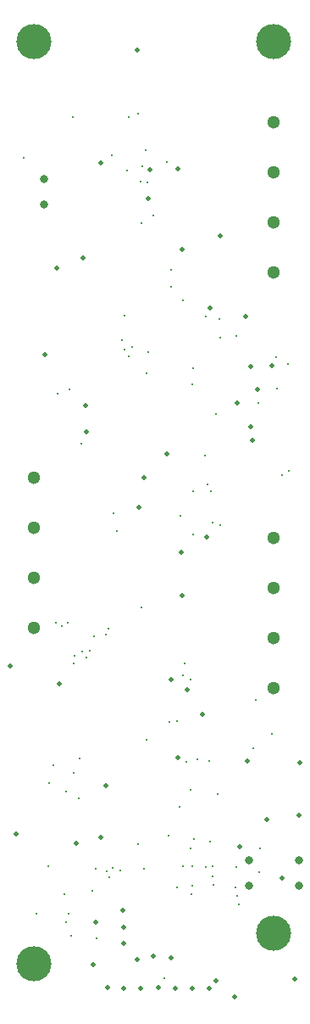
<source format=gbr>
%TF.GenerationSoftware,KiCad,Pcbnew,9.0.1*%
%TF.CreationDate,2025-04-20T11:30:04-04:00*%
%TF.ProjectId,ardentis,61726465-6e74-4697-932e-6b696361645f,A*%
%TF.SameCoordinates,Original*%
%TF.FileFunction,Plated,1,2,PTH,Drill*%
%TF.FilePolarity,Positive*%
%FSLAX46Y46*%
G04 Gerber Fmt 4.6, Leading zero omitted, Abs format (unit mm)*
G04 Created by KiCad (PCBNEW 9.0.1) date 2025-04-20 11:30:05*
%MOMM*%
%LPD*%
G01*
G04 APERTURE LIST*
%TA.AperFunction,ViaDrill*%
%ADD10C,0.200000*%
%TD*%
%TA.AperFunction,ViaDrill*%
%ADD11C,0.250000*%
%TD*%
%TA.AperFunction,ViaDrill*%
%ADD12C,0.300000*%
%TD*%
%TA.AperFunction,ViaDrill*%
%ADD13C,0.500000*%
%TD*%
%TA.AperFunction,ComponentDrill*%
%ADD14C,0.800000*%
%TD*%
%TA.AperFunction,ComponentDrill*%
%ADD15C,1.300000*%
%TD*%
%TA.AperFunction,ComponentDrill*%
%ADD16C,3.500000*%
%TD*%
G04 APERTURE END LIST*
D10*
X121473977Y-44573977D03*
X124700000Y-91000000D03*
X125300000Y-91350000D03*
X125900000Y-90950000D03*
X126500000Y-95050000D03*
X126600000Y-94300000D03*
X127300000Y-93900000D03*
X127740000Y-94500000D03*
X128095000Y-93750000D03*
X128350000Y-117750000D03*
X128498000Y-92300000D03*
X128650000Y-115550000D03*
X129657000Y-92200000D03*
X129800000Y-115800000D03*
X129928000Y-91600000D03*
X130050000Y-116400000D03*
X130269921Y-44324371D03*
X130373977Y-115423977D03*
X131098000Y-115750000D03*
X131575000Y-60375000D03*
X131800000Y-45900000D03*
X132002000Y-64365000D03*
X132281662Y-63468338D03*
X132900000Y-40148000D03*
X132950000Y-113100000D03*
X133150000Y-46950000D03*
X133248000Y-51100000D03*
X133350000Y-45450000D03*
X133705000Y-43840371D03*
X135950000Y-112250000D03*
X136050000Y-100900000D03*
X136800000Y-100800000D03*
X137365000Y-96274909D03*
X137400000Y-115300000D03*
X137560215Y-95089785D03*
X137750000Y-104900000D03*
X138200000Y-96700000D03*
X138200000Y-107700000D03*
X138250000Y-118050000D03*
X138450000Y-77900000D03*
X138473000Y-112578576D03*
X138800000Y-104600000D03*
X139700000Y-60450000D03*
X139700000Y-115350000D03*
X140200000Y-77900000D03*
X140350000Y-81000000D03*
X140350000Y-115300000D03*
X140350000Y-116300000D03*
X140450000Y-117150000D03*
X140900000Y-108050000D03*
X141150000Y-81250000D03*
X142675000Y-117425000D03*
X142748000Y-62350000D03*
X142809024Y-118250000D03*
X142991999Y-119091999D03*
X144401023Y-103548977D03*
X145001000Y-115837391D03*
X145075000Y-113525000D03*
X146750000Y-64450000D03*
X147299844Y-76266153D03*
X147900000Y-65200000D03*
X147950000Y-75800000D03*
D11*
X142700000Y-115400000D03*
D12*
X122750000Y-120000000D03*
X123976000Y-115274923D03*
X124000000Y-107000000D03*
X124450000Y-105200000D03*
X124845249Y-68154751D03*
X125550000Y-118101000D03*
X125700000Y-107850000D03*
X125700000Y-120900000D03*
X126000000Y-120000000D03*
X126011251Y-67688749D03*
X126200000Y-122200000D03*
X126350000Y-40500000D03*
X126500000Y-106000000D03*
X127000000Y-108500000D03*
X127039265Y-104539265D03*
X127276471Y-73123529D03*
X128800000Y-122450000D03*
X130450000Y-80074000D03*
X130825629Y-81868318D03*
X131327000Y-62761162D03*
X131559940Y-63706063D03*
X132001247Y-40497506D03*
X133236500Y-89463500D03*
X133500000Y-115500000D03*
X133750000Y-66100000D03*
X133750000Y-102650000D03*
X133841999Y-47058001D03*
X133900000Y-64000000D03*
X134400000Y-50350000D03*
X135500000Y-126500000D03*
X135800000Y-45000000D03*
X136200000Y-55750000D03*
X136200000Y-57450000D03*
X136800000Y-117400000D03*
X137100000Y-109350000D03*
X137185500Y-80314500D03*
X137400000Y-58800000D03*
X138147066Y-113502469D03*
X138300000Y-115300000D03*
X138301471Y-67198529D03*
X138350000Y-117200000D03*
X138378157Y-82221843D03*
X138400000Y-65600000D03*
X139614500Y-74350000D03*
X139850000Y-77200000D03*
X139993732Y-104830000D03*
X140125000Y-112850000D03*
X140700000Y-70150000D03*
X141000000Y-60700000D03*
X141100000Y-62550000D03*
X144650000Y-98650000D03*
X144933568Y-69089515D03*
X146300000Y-102100000D03*
X146789927Y-67654028D03*
D13*
X120100000Y-95300000D03*
X120750000Y-112100000D03*
X123600000Y-64250000D03*
X124800000Y-55600000D03*
X125000000Y-97110000D03*
X126750000Y-113000000D03*
X127400000Y-54600000D03*
X127650000Y-69350000D03*
X127750000Y-71900000D03*
X128450000Y-125150000D03*
X128650000Y-120900000D03*
X129150000Y-112400000D03*
X129200000Y-45100000D03*
X129703324Y-107231459D03*
X129850000Y-127400000D03*
X131350000Y-119650000D03*
X131450000Y-121350000D03*
X131450000Y-127475000D03*
X131500000Y-122950000D03*
X132850000Y-33850000D03*
X132850000Y-124600000D03*
X132978000Y-79497000D03*
X133200000Y-127475000D03*
X133537500Y-76500000D03*
X133950000Y-48650000D03*
X134108148Y-45799914D03*
X134450000Y-124300000D03*
X134950000Y-127425000D03*
X135800000Y-74150000D03*
X136200000Y-96650000D03*
X136200000Y-124400000D03*
X136600000Y-127475000D03*
X136850000Y-45650000D03*
X136900000Y-104450000D03*
X137250000Y-84000000D03*
X137350000Y-53750000D03*
X137350000Y-88250000D03*
X137850000Y-97650000D03*
X138300000Y-127475000D03*
X139350000Y-100100000D03*
X139800000Y-82400000D03*
X140000000Y-127475000D03*
X140150000Y-59600000D03*
X140700000Y-126727000D03*
X141100000Y-52350000D03*
X142600000Y-128350000D03*
X142800000Y-69100000D03*
X143050000Y-113350000D03*
X143650000Y-60400000D03*
X143850000Y-104800000D03*
X144150000Y-71400000D03*
X144200000Y-65400000D03*
X144300000Y-72750000D03*
X144850000Y-67700000D03*
X145800000Y-110600000D03*
X146250000Y-65300000D03*
X147345000Y-116466664D03*
X148584500Y-126547000D03*
X149000000Y-110200000D03*
X149050000Y-104950000D03*
D14*
%TO.C,J1*%
X123500000Y-46710000D03*
X123500000Y-49250000D03*
%TO.C,JP1*%
X144000000Y-114710000D03*
X144000000Y-117250000D03*
%TO.C,JP2*%
X149000000Y-114710000D03*
X149000000Y-117250000D03*
D15*
%TO.C,J3*%
X122500000Y-76500000D03*
X122500000Y-81500000D03*
X122500000Y-86500000D03*
X122500000Y-91500000D03*
%TO.C,J2*%
X146500000Y-41000000D03*
X146500000Y-46000000D03*
X146500000Y-51000000D03*
X146500000Y-56000000D03*
%TO.C,J4*%
X146500000Y-82500000D03*
X146500000Y-87500000D03*
X146500000Y-92500000D03*
X146500000Y-97500000D03*
D16*
%TO.C,H1*%
X122500000Y-33000000D03*
%TO.C,H4*%
X122500000Y-125000000D03*
%TO.C,H2*%
X146500000Y-33000000D03*
%TO.C,H3*%
X146500000Y-122000000D03*
M02*

</source>
